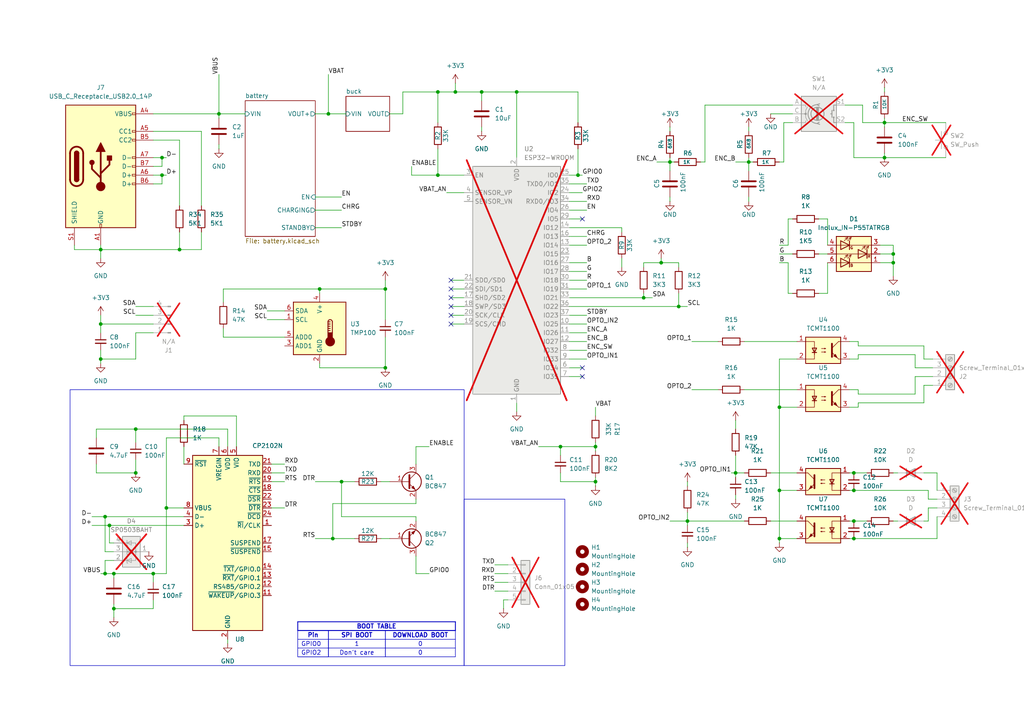
<source format=kicad_sch>
(kicad_sch (version 20250114) (generator "eeschema") (generator_version "9.0")
  (paper "A4")
  (rectangle (start 20.32 113.03) (end 134.62 193.04))
  (rectangle (start 134.62 144.78) (end 163.83 193.04))
  (junction (at 111.76 83.82))
  (junction (at 96.52 156.21))
  (junction (at 186.69 86.36))
  (junction (at 162.56 129.54))
  (junction (at 256.54 35.56))
  (junction (at 213.36 137.16))
  (junction (at 111.76 106.68))
  (junction (at 39.37 124.46))
  (junction (at 226.06 118.11))
  (junction (at 132.08 26.67))
  (junction (at 196.85 88.9))
  (junction (at 127 50.8))
  (junction (at 172.72 139.7))
  (junction (at 247.65 156.21))
  (junction (at 30.48 149.86))
  (junction (at 127 26.67))
  (junction (at 99.06 139.7))
  (junction (at 194.31 46.99))
  (junction (at 29.21 72.39))
  (junction (at 149.86 26.67))
  (junction (at 226.06 156.21))
  (junction (at 259.08 73.66))
  (junction (at 52.07 72.39))
  (junction (at 33.02 176.53))
  (junction (at 247.65 142.24))
  (junction (at 29.21 104.14))
  (junction (at 44.45 166.37))
  (junction (at 172.72 129.54))
  (junction (at 63.5 33.02))
  (junction (at 217.17 46.99))
  (junction (at 199.39 151.13))
  (junction (at 256.54 45.72))
  (junction (at 30.48 166.37))
  (junction (at 48.26 147.32))
  (junction (at 226.06 142.24))
  (junction (at 33.02 166.37))
  (junction (at 191.77 76.2))
  (junction (at 92.71 83.82))
  (junction (at 31.75 152.4))
  (junction (at 39.37 137.16))
  (junction (at 259.08 76.2))
  (junction (at 29.21 93.98))
  (junction (at 247.65 137.16))
  (junction (at 46.99 45.72))
  (junction (at 247.65 151.13))
  (junction (at 167.64 50.8))
  (junction (at 139.7 26.67))
  (junction (at 95.25 33.02))
  (junction (at 46.99 50.8))
  (no_connect (at 130.81 81.28))
  (no_connect (at 130.81 93.98))
  (no_connect (at 168.91 106.68))
  (no_connect (at 130.81 86.36))
  (no_connect (at 168.91 63.5))
  (no_connect (at 130.81 83.82))
  (no_connect (at 130.81 91.44))
  (no_connect (at 168.91 109.22))
  (no_connect (at 130.81 88.9))
  (wire (pts (xy 63.5 127) (xy 48.26 127)))
  (wire (pts (xy 165.1 88.9) (xy 196.85 88.9)))
  (wire (pts (xy 246.38 137.16) (xy 247.65 137.16)))
  (wire (pts (xy 165.1 60.96) (xy 170.18 60.96)))
  (wire (pts (xy 53.34 120.65) (xy 53.34 121.92)))
  (wire (pts (xy 29.21 93.98) (xy 29.21 96.52)))
  (wire (pts (xy 217.17 46.99) (xy 218.44 46.99)))
  (wire (pts (xy 39.37 133.35) (xy 39.37 137.16)))
  (wire (pts (xy 127 43.18) (xy 127 50.8)))
  (wire (pts (xy 246.38 142.24) (xy 247.65 142.24)))
  (wire (pts (xy 63.5 41.91) (xy 63.5 43.18)))
  (wire (pts (xy 226.06 118.11) (xy 231.14 118.11)))
  (wire (pts (xy 165.1 104.14) (xy 170.18 104.14)))
  (wire (pts (xy 248.92 100.33) (xy 248.92 99.06)))
  (wire (pts (xy 120.65 129.54) (xy 120.65 134.62)))
  (wire (pts (xy 199.39 151.13) (xy 199.39 152.4)))
  (wire (pts (xy 44.45 166.37) (xy 48.26 166.37)))
  (wire (pts (xy 33.02 166.37) (xy 44.45 166.37)))
  (wire (pts (xy 247.65 156.21) (xy 271.78 156.21)))
  (wire (pts (xy 44.45 33.02) (xy 63.5 33.02)))
  (wire (pts (xy 156.21 129.54) (xy 162.56 129.54)))
  (wire (pts (xy 180.34 66.04) (xy 180.34 67.31)))
  (wire (pts (xy 146.05 176.53) (xy 146.05 173.99)))
  (wire (pts (xy 92.71 106.68) (xy 111.76 106.68)))
  (wire (pts (xy 92.71 83.82) (xy 111.76 83.82)))
  (wire (pts (xy 127 26.67) (xy 127 35.56)))
  (wire (pts (xy 31.75 157.48) (xy 31.75 152.4)))
  (wire (pts (xy 246.38 104.14) (xy 248.92 104.14)))
  (wire (pts (xy 165.1 106.68) (xy 168.91 106.68)))
  (wire (pts (xy 120.65 144.78) (xy 120.65 146.05)))
  (wire (pts (xy 78.74 147.32) (xy 82.55 147.32)))
  (wire (pts (xy 172.72 139.7) (xy 172.72 140.97)))
  (wire (pts (xy 256.54 34.29) (xy 256.54 35.56)))
  (wire (pts (xy 82.55 92.71) (xy 77.47 92.71)))
  (wire (pts (xy 52.07 72.39) (xy 58.42 72.39)))
  (wire (pts (xy 165.1 50.8) (xy 167.64 50.8)))
  (wire (pts (xy 165.1 55.88) (xy 168.91 55.88)))
  (wire (pts (xy 31.75 152.4) (xy 53.34 152.4)))
  (wire (pts (xy 199.39 151.13) (xy 199.39 148.59)))
  (wire (pts (xy 199.39 151.13) (xy 194.31 151.13)))
  (wire (pts (xy 250.19 35.56) (xy 256.54 35.56)))
  (wire (pts (xy 29.21 93.98) (xy 44.45 93.98)))
  (wire (pts (xy 63.5 33.02) (xy 63.5 34.29)))
  (wire (pts (xy 129.54 55.88) (xy 134.62 55.88)))
  (wire (pts (xy 186.69 86.36) (xy 189.23 86.36)))
  (wire (pts (xy 111.76 81.28) (xy 111.76 83.82)))
  (wire (pts (xy 116.84 26.67) (xy 116.84 33.02)))
  (wire (pts (xy 226.06 73.66) (xy 229.87 73.66)))
  (wire (pts (xy 240.03 63.5) (xy 240.03 71.12)))
  (wire (pts (xy 64.77 97.79) (xy 82.55 97.79)))
  (wire (pts (xy 199.39 151.13) (xy 215.9 151.13)))
  (wire (pts (xy 46.99 45.72) (xy 48.26 45.72)))
  (wire (pts (xy 30.48 149.86) (xy 53.34 149.86)))
  (wire (pts (xy 259.08 71.12) (xy 259.08 73.66)))
  (wire (pts (xy 269.24 142.24) (xy 269.24 144.78)))
  (wire (pts (xy 226.06 118.11) (xy 226.06 142.24)))
  (wire (pts (xy 226.06 46.99) (xy 227.33 46.99)))
  (wire (pts (xy 139.7 26.67) (xy 149.86 26.67)))
  (wire (pts (xy 194.31 45.72) (xy 194.31 46.99)))
  (wire (pts (xy 29.21 72.39) (xy 29.21 74.93)))
  (wire (pts (xy 247.65 35.56) (xy 247.65 45.72)))
  (wire (pts (xy 33.02 176.53) (xy 44.45 176.53)))
  (wire (pts (xy 231.14 142.24) (xy 226.06 142.24)))
  (wire (pts (xy 52.07 72.39) (xy 52.07 67.31)))
  (wire (pts (xy 256.54 35.56) (xy 256.54 36.83)))
  (wire (pts (xy 44.45 176.53) (xy 44.45 173.99)))
  (wire (pts (xy 165.1 76.2) (xy 170.18 76.2)))
  (wire (pts (xy 186.69 76.2) (xy 191.77 76.2)))
  (wire (pts (xy 259.08 73.66) (xy 259.08 76.2)))
  (wire (pts (xy 127 50.8) (xy 134.62 50.8)))
  (wire (pts (xy 223.52 33.02) (xy 229.87 33.02)))
  (wire (pts (xy 196.85 88.9) (xy 196.85 85.09)))
  (wire (pts (xy 259.08 151.13) (xy 260.35 151.13)))
  (wire (pts (xy 227.33 46.99) (xy 227.33 35.56)))
  (wire (pts (xy 213.36 46.99) (xy 217.17 46.99)))
  (wire (pts (xy 26.67 152.4) (xy 31.75 152.4)))
  (wire (pts (xy 255.27 71.12) (xy 259.08 71.12)))
  (wire (pts (xy 165.1 58.42) (xy 170.18 58.42)))
  (wire (pts (xy 78.74 137.16) (xy 82.55 137.16)))
  (wire (pts (xy 149.86 26.67) (xy 149.86 45.72)))
  (wire (pts (xy 267.97 137.16) (xy 271.78 137.16)))
  (wire (pts (xy 212.09 137.16) (xy 213.36 137.16)))
  (wire (pts (xy 139.7 36.83) (xy 139.7 38.1)))
  (wire (pts (xy 267.97 100.33) (xy 267.97 104.14)))
  (wire (pts (xy 213.36 132.08) (xy 213.36 137.16)))
  (wire (pts (xy 269.24 144.78) (xy 271.78 144.78)))
  (wire (pts (xy 33.02 166.37) (xy 33.02 167.64)))
  (wire (pts (xy 143.51 163.83) (xy 147.32 163.83)))
  (wire (pts (xy 48.26 147.32) (xy 53.34 147.32)))
  (wire (pts (xy 111.76 83.82) (xy 111.76 92.71)))
  (wire (pts (xy 203.2 46.99) (xy 204.47 46.99)))
  (wire (pts (xy 213.36 121.92) (xy 213.36 124.46)))
  (wire (pts (xy 228.6 63.5) (xy 228.6 71.12)))
  (wire (pts (xy 246.38 151.13) (xy 247.65 151.13)))
  (wire (pts (xy 91.44 57.15) (xy 99.06 57.15)))
  (wire (pts (xy 237.49 73.66) (xy 240.03 73.66)))
  (wire (pts (xy 91.44 139.7) (xy 99.06 139.7)))
  (wire (pts (xy 27.94 134.62) (xy 27.94 137.16)))
  (wire (pts (xy 265.43 109.22) (xy 270.51 109.22)))
  (wire (pts (xy 265.43 114.3) (xy 265.43 109.22)))
  (wire (pts (xy 48.26 166.37) (xy 48.26 147.32)))
  (wire (pts (xy 248.92 102.87) (xy 248.92 104.14)))
  (wire (pts (xy 186.69 77.47) (xy 186.69 76.2)))
  (wire (pts (xy 260.35 137.16) (xy 259.08 137.16)))
  (wire (pts (xy 200.66 99.06) (xy 208.28 99.06)))
  (wire (pts (xy 39.37 104.14) (xy 29.21 104.14)))
  (wire (pts (xy 46.99 48.26) (xy 46.99 45.72)))
  (wire (pts (xy 162.56 129.54) (xy 172.72 129.54)))
  (wire (pts (xy 33.02 175.26) (xy 33.02 176.53)))
  (wire (pts (xy 170.18 96.52) (xy 165.1 96.52)))
  (wire (pts (xy 21.59 72.39) (xy 29.21 72.39)))
  (wire (pts (xy 134.62 81.28) (xy 130.81 81.28)))
  (wire (pts (xy 29.21 72.39) (xy 52.07 72.39)))
  (wire (pts (xy 27.94 127) (xy 27.94 124.46)))
  (wire (pts (xy 204.47 46.99) (xy 204.47 30.48)))
  (wire (pts (xy 215.9 113.03) (xy 231.14 113.03)))
  (wire (pts (xy 250.19 30.48) (xy 245.11 30.48)))
  (wire (pts (xy 271.78 149.86) (xy 271.78 156.21)))
  (wire (pts (xy 162.56 137.16) (xy 162.56 139.7)))
  (wire (pts (xy 30.48 166.37) (xy 33.02 166.37)))
  (wire (pts (xy 29.21 91.44) (xy 29.21 93.98)))
  (wire (pts (xy 63.5 33.02) (xy 71.12 33.02)))
  (wire (pts (xy 134.62 83.82) (xy 130.81 83.82)))
  (wire (pts (xy 165.1 68.58) (xy 170.18 68.58)))
  (wire (pts (xy 91.44 66.04) (xy 99.06 66.04)))
  (wire (pts (xy 44.45 48.26) (xy 46.99 48.26)))
  (wire (pts (xy 165.1 109.22) (xy 168.91 109.22)))
  (wire (pts (xy 194.31 57.15) (xy 194.31 58.42)))
  (wire (pts (xy 99.06 139.7) (xy 102.87 139.7)))
  (wire (pts (xy 256.54 44.45) (xy 256.54 45.72)))
  (wire (pts (xy 120.65 129.54) (xy 124.46 129.54)))
  (wire (pts (xy 64.77 95.25) (xy 64.77 97.79)))
  (wire (pts (xy 27.94 137.16) (xy 39.37 137.16)))
  (wire (pts (xy 134.62 88.9) (xy 130.81 88.9)))
  (wire (pts (xy 255.27 76.2) (xy 259.08 76.2)))
  (wire (pts (xy 250.19 35.56) (xy 250.19 30.48)))
  (wire (pts (xy 78.74 134.62) (xy 82.55 134.62)))
  (wire (pts (xy 92.71 105.41) (xy 92.71 106.68)))
  (wire (pts (xy 265.43 102.87) (xy 265.43 106.68)))
  (wire (pts (xy 110.49 156.21) (xy 113.03 156.21)))
  (wire (pts (xy 134.62 93.98) (xy 130.81 93.98)))
  (wire (pts (xy 82.55 90.17) (xy 77.47 90.17)))
  (wire (pts (xy 247.65 142.24) (xy 269.24 142.24)))
  (wire (pts (xy 172.72 129.54) (xy 172.72 130.81)))
  (wire (pts (xy 139.7 26.67) (xy 139.7 29.21)))
  (wire (pts (xy 91.44 156.21) (xy 96.52 156.21)))
  (wire (pts (xy 172.72 128.27) (xy 172.72 129.54)))
  (wire (pts (xy 217.17 36.83) (xy 217.17 38.1)))
  (wire (pts (xy 256.54 25.4) (xy 256.54 26.67)))
  (wire (pts (xy 96.52 146.05) (xy 96.52 156.21)))
  (wire (pts (xy 256.54 45.72) (xy 274.32 45.72)))
  (wire (pts (xy 248.92 102.87) (xy 265.43 102.87)))
  (wire (pts (xy 165.1 83.82) (xy 170.18 83.82)))
  (wire (pts (xy 186.69 86.36) (xy 186.69 85.09)))
  (wire (pts (xy 64.77 83.82) (xy 92.71 83.82)))
  (wire (pts (xy 194.31 46.99) (xy 195.58 46.99)))
  (wire (pts (xy 30.48 162.56) (xy 30.48 166.37)))
  (wire (pts (xy 39.37 128.27) (xy 39.37 124.46)))
  (wire (pts (xy 200.66 113.03) (xy 208.28 113.03)))
  (wire (pts (xy 248.92 116.84) (xy 248.92 118.11)))
  (wire (pts (xy 91.44 33.02) (xy 95.25 33.02)))
  (wire (pts (xy 29.21 104.14) (xy 29.21 105.41)))
  (wire (pts (xy 52.07 40.64) (xy 44.45 40.64)))
  (wire (pts (xy 213.36 143.51) (xy 213.36 144.78)))
  (wire (pts (xy 68.58 120.65) (xy 68.58 129.54)))
  (wire (pts (xy 191.77 76.2) (xy 191.77 74.93)))
  (wire (pts (xy 269.24 151.13) (xy 269.24 147.32)))
  (wire (pts (xy 95.25 33.02) (xy 100.33 33.02)))
  (wire (pts (xy 228.6 76.2) (xy 226.06 76.2)))
  (wire (pts (xy 132.08 24.13) (xy 132.08 26.67)))
  (wire (pts (xy 167.64 26.67) (xy 149.86 26.67)))
  (wire (pts (xy 132.08 26.67) (xy 139.7 26.67)))
  (wire (pts (xy 167.64 43.18) (xy 167.64 50.8)))
  (wire (pts (xy 44.45 91.44) (xy 39.37 91.44)))
  (wire (pts (xy 246.38 156.21) (xy 247.65 156.21)))
  (wire (pts (xy 78.74 139.7) (xy 82.55 139.7)))
  (wire (pts (xy 64.77 87.63) (xy 64.77 83.82)))
  (wire (pts (xy 228.6 85.09) (xy 228.6 76.2)))
  (wire (pts (xy 247.65 151.13) (xy 251.46 151.13)))
  (wire (pts (xy 30.48 160.02) (xy 30.48 149.86)))
  (wire (pts (xy 39.37 104.14) (xy 39.37 96.52)))
  (wire (pts (xy 52.07 59.69) (xy 52.07 40.64)))
  (wire (pts (xy 248.92 100.33) (xy 267.97 100.33)))
  (wire (pts (xy 46.99 50.8) (xy 48.26 50.8)))
  (wire (pts (xy 99.06 149.86) (xy 99.06 139.7)))
  (wire (pts (xy 240.03 85.09) (xy 240.03 76.2)))
  (wire (pts (xy 120.65 166.37) (xy 124.46 166.37)))
  (wire (pts (xy 113.03 33.02) (xy 116.84 33.02)))
  (wire (pts (xy 196.85 76.2) (xy 196.85 77.47)))
  (wire (pts (xy 196.85 88.9) (xy 199.39 88.9)))
  (wire (pts (xy 217.17 46.99) (xy 217.17 49.53)))
  (wire (pts (xy 217.17 45.72) (xy 217.17 46.99)))
  (wire (pts (xy 165.1 63.5) (xy 168.91 63.5)))
  (wire (pts (xy 223.52 137.16) (xy 231.14 137.16)))
  (wire (pts (xy 215.9 99.06) (xy 231.14 99.06)))
  (wire (pts (xy 134.62 86.36) (xy 130.81 86.36)))
  (wire (pts (xy 217.17 57.15) (xy 217.17 58.42)))
  (wire (pts (xy 213.36 137.16) (xy 215.9 137.16)))
  (wire (pts (xy 228.6 63.5) (xy 229.87 63.5)))
  (wire (pts (xy 170.18 91.44) (xy 165.1 91.44)))
  (wire (pts (xy 162.56 139.7) (xy 172.72 139.7)))
  (wire (pts (xy 48.26 127) (xy 48.26 147.32)))
  (wire (pts (xy 58.42 38.1) (xy 58.42 59.69)))
  (wire (pts (xy 96.52 156.21) (xy 102.87 156.21)))
  (wire (pts (xy 39.37 124.46) (xy 66.04 124.46)))
  (wire (pts (xy 46.99 53.34) (xy 46.99 50.8)))
  (wire (pts (xy 271.78 137.16) (xy 271.78 142.24)))
  (wire (pts (xy 127 26.67) (xy 132.08 26.67)))
  (wire (pts (xy 226.06 156.21) (xy 231.14 156.21)))
  (wire (pts (xy 267.97 104.14) (xy 270.51 104.14)))
  (wire (pts (xy 172.72 118.11) (xy 172.72 120.65)))
  (wire (pts (xy 228.6 71.12) (xy 226.06 71.12)))
  (wire (pts (xy 255.27 73.66) (xy 259.08 73.66)))
  (wire (pts (xy 134.62 91.44) (xy 130.81 91.44)))
  (wire (pts (xy 227.33 35.56) (xy 229.87 35.56)))
  (wire (pts (xy 44.45 166.37) (xy 44.45 168.91)))
  (wire (pts (xy 33.02 162.56) (xy 30.48 162.56)))
  (wire (pts (xy 63.5 21.59) (xy 63.5 33.02)))
  (wire (pts (xy 92.71 85.09) (xy 92.71 83.82)))
  (wire (pts (xy 165.1 71.12) (xy 170.18 71.12)))
  (wire (pts (xy 165.1 78.74) (xy 170.18 78.74)))
  (wire (pts (xy 165.1 99.06) (xy 170.18 99.06)))
  (wire (pts (xy 199.39 139.7) (xy 199.39 140.97)))
  (wire (pts (xy 165.1 81.28) (xy 170.18 81.28)))
  (wire (pts (xy 237.49 85.09) (xy 240.03 85.09)))
  (wire (pts (xy 172.72 138.43) (xy 172.72 139.7)))
  (wire (pts (xy 33.02 160.02) (xy 30.48 160.02)))
  (wire (pts (xy 119.38 48.26) (xy 119.38 50.8)))
  (wire (pts (xy 247.65 137.16) (xy 251.46 137.16)))
  (wire (pts (xy 247.65 45.72) (xy 256.54 45.72)))
  (wire (pts (xy 44.45 88.9) (xy 39.37 88.9)))
  (wire (pts (xy 95.25 21.59) (xy 95.25 33.02)))
  (wire (pts (xy 226.06 104.14) (xy 226.06 118.11)))
  (wire (pts (xy 194.31 46.99) (xy 194.31 49.53)))
  (wire (pts (xy 21.59 71.12) (xy 21.59 72.39)))
  (wire (pts (xy 267.97 116.84) (xy 267.97 111.76)))
  (wire (pts (xy 29.21 71.12) (xy 29.21 72.39)))
  (wire (pts (xy 29.21 166.37) (xy 30.48 166.37)))
  (wire (pts (xy 199.39 157.48) (xy 199.39 158.75)))
  (wire (pts (xy 33.02 157.48) (xy 31.75 157.48)))
  (wire (pts (xy 167.64 50.8) (xy 168.91 50.8)))
  (wire (pts (xy 165.1 66.04) (xy 180.34 66.04)))
  (wire (pts (xy 44.45 45.72) (xy 46.99 45.72)))
  (wire (pts (xy 44.45 50.8) (xy 46.99 50.8)))
  (wire (pts (xy 143.51 168.91) (xy 147.32 168.91)))
  (wire (pts (xy 259.08 76.2) (xy 259.08 80.01)))
  (wire (pts (xy 267.97 111.76) (xy 270.51 111.76)))
  (wire (pts (xy 26.67 149.86) (xy 30.48 149.86)))
  (wire (pts (xy 149.86 116.84) (xy 149.86 119.38)))
  (wire (pts (xy 204.47 30.48) (xy 229.87 30.48)))
  (wire (pts (xy 111.76 97.79) (xy 111.76 106.68)))
  (wire (pts (xy 66.04 186.69) (xy 66.04 185.42)))
  (wire (pts (xy 110.49 139.7) (xy 113.03 139.7)))
  (wire (pts (xy 66.04 124.46) (xy 66.04 129.54)))
  (wire (pts (xy 180.34 74.93) (xy 180.34 77.47)))
  (wire (pts (xy 194.31 36.83) (xy 194.31 38.1)))
  (wire (pts (xy 44.45 53.34) (xy 46.99 53.34)))
  (wire (pts (xy 116.84 26.67) (xy 127 26.67)))
  (wire (pts (xy 256.54 35.56) (xy 274.32 35.56)))
  (wire (pts (xy 120.65 151.13) (xy 120.65 149.86)))
  (wire (pts (xy 120.65 146.05) (xy 96.52 146.05)))
  (wire (pts (xy 248.92 116.84) (xy 267.97 116.84)))
  (wire (pts (xy 165.1 101.6) (xy 170.18 101.6)))
  (wire (pts (xy 143.51 166.37) (xy 147.32 166.37)))
  (wire (pts (xy 223.52 151.13) (xy 231.14 151.13)))
  (wire (pts (xy 165.1 53.34) (xy 170.18 53.34)))
  (wire (pts (xy 248.92 114.3) (xy 248.92 113.03)))
  (wire (pts (xy 213.36 137.16) (xy 213.36 138.43)))
  (wire (pts (xy 44.45 96.52) (xy 39.37 96.52)))
  (wire (pts (xy 248.92 114.3) (xy 265.43 114.3)))
  (wire (pts (xy 191.77 76.2) (xy 196.85 76.2)))
  (wire (pts (xy 269.24 151.13) (xy 267.97 151.13)))
  (wire (pts (xy 165.1 86.36) (xy 186.69 86.36)))
  (wire (pts (xy 269.24 147.32) (xy 271.78 147.32)))
  (wire (pts (xy 170.18 93.98) (xy 165.1 93.98)))
  (wire (pts (xy 143.51 171.45) (xy 147.32 171.45)))
  (wire (pts (xy 246.38 118.11) (xy 248.92 118.11)))
  (wire (pts (xy 53.34 120.65) (xy 68.58 120.65)))
  (wire (pts (xy 237.49 63.5) (xy 240.03 63.5)))
  (wire (pts (xy 58.42 38.1) (xy 44.45 38.1)))
  (wire (pts (xy 228.6 85.09) (xy 229.87 85.09)))
  (wire (pts (xy 162.56 129.54) (xy 162.56 132.08)))
  (wire (pts (xy 58.42 72.39) (xy 58.42 67.31)))
  (wire (pts (xy 246.38 113.03) (xy 248.92 113.03)))
  (wire (pts (xy 226.06 156.21) (xy 226.06 157.48)))
  (wire (pts (xy 53.34 129.54) (xy 53.34 134.62)))
  (wire (pts (xy 29.21 101.6) (xy 29.21 104.14)))
  (wire (pts (xy 120.65 149.86) (xy 99.06 149.86)))
  (wire (pts (xy 245.11 35.56) (xy 247.65 35.56)))
  (wire (pts (xy 246.38 99.06) (xy 248.92 99.06)))
  (wire (pts (xy 33.02 176.53) (xy 33.02 179.07)))
  (wire (pts (xy 63.5 129.54) (xy 63.5 127)))
  (wire (pts (xy 146.05 173.99) (xy 147.32 173.99)))
  (wire (pts (xy 120.65 161.29) (xy 120.65 166.37)))
  (wire (pts (xy 226.06 104.14) (xy 231.14 104.14)))
  (wire (pts (xy 265.43 106.68) (xy 270.51 106.68)))
  (wire (pts (xy 226.06 142.24) (xy 226.06 156.21)))
  (wire (pts (xy 167.64 35.56) (xy 167.64 26.67)))
  (wire (pts (xy 127 50.8) (xy 119.38 50.8)))
  (wire (pts (xy 91.44 60.96) (xy 99.06 60.96)))
  (wire (pts (xy 190.5 46.99) (xy 194.31 46.99)))
  (wire (pts (xy 27.94 124.46) (xy 39.37 124.46)))
  (table (column_count 1) (border (external yes) (header yes)) (separators (rows yes) (cols yes)) (column_widths 8.89) (row_heights 2.54 2.54 2.54 0) (cells (table_cell "Pin" (at 86.36 182.88 0) (size 8.89 2.54) (margins 0.9525 0.9525 0.9525 0.9525) (span 1 1)) (table_cell "GPIO0" (at 86.36 185.42 0) (size 8.89 2.54) (margins 0.9525 0.9525 0.9525 0.9525) (span 1 1)) (table_cell "GPIO2" (at 86.36 187.96 0) (size 8.89 2.54) (margins 0.9525 0.9525 0.9525 0.9525) (span 1 1)) (table_cell "" (at 86.36 190.5 0) (size 8.89 0) (margins 0.9525 0.9525 0.9525 0.9525) (span 1 1))))
  (table (column_count 1) (border (external yes) (header yes)) (separators (rows yes) (cols yes)) (column_widths 45.72) (row_heights 2.54) (cells (table_cell "BOOT TABLE" (at 86.36 180.34 0) (size 45.72 2.54) (margins 0.9525 0.9525 0.9525 0.9525) (span 1 1))))
  (table (column_count 1) (border (external yes) (header yes)) (separators (rows yes) (cols yes)) (column_widths 16.51) (row_heights 2.54 2.54 2.54) (cells (table_cell "SPI BOOT" (at 95.25 182.88 0) (size 16.51 2.54) (margins 0.9525 0.9525 0.9525 0.9525) (span 1 1)) (table_cell "1" (at 95.25 185.42 0) (size 16.51 2.54) (margins 0.9525 0.9525 0.9525 0.9525) (span 1 1)) (table_cell "Don't care" (at 95.25 187.96 0) (size 16.51 2.54) (margins 0.9525 0.9525 0.9525 0.9525) (span 1 1))))
  (table (column_count 1) (border (external yes) (header yes)) (separators (rows yes) (cols yes)) (column_widths 20.32) (row_heights 2.54 2.54 2.54) (cells (table_cell "DOWNLOAD BOOT" (at 111.76 182.88 0) (size 20.32 2.54) (margins 0.9525 0.9525 0.9525 0.9525) (span 1 1)) (table_cell "0" (at 111.76 185.42 0) (size 20.32 2.54) (margins 0.9525 0.9525 0.9525 0.9525) (span 1 1)) (table_cell "0" (at 111.76 187.96 0) (size 20.32 2.54) (margins 0.9525 0.9525 0.9525 0.9525) (span 1 1))))
  (label "EN" (at 170.18 60.96 0))
  (label "SCL" (at 39.37 91.44 180))
  (label "OPTO_1" (at 200.66 99.06 180))
  (label "RTS" (at 82.55 139.7 0))
  (label "D-" (at 26.67 149.86 180))
  (label "ENC_SW" (at 261.62 35.56 0))
  (label "ENABLE" (at 119.38 48.26 0))
  (label "SCL" (at 199.39 88.9 0))
  (label "TXD" (at 170.18 53.34 0))
  (label "VBAT_AN" (at 156.21 129.54 180))
  (label "EN" (at 99.06 57.15 0))
  (label "DTR" (at 143.51 171.45 180))
  (label "RTS" (at 143.51 168.91 180))
  (label "R" (at 170.18 81.28 0))
  (label "DTR" (at 82.55 147.32 0))
  (label "D-" (at 48.26 45.72 0))
  (label "GPIO2" (at 168.91 55.88 0))
  (label "G" (at 170.18 78.74 0))
  (label "ENC_B" (at 213.36 46.99 180))
  (label "ENC_B" (at 170.18 99.06 0))
  (label "B" (at 226.06 76.2 0))
  (label "OPTO_IN2" (at 194.31 151.13 180))
  (label "OPTO_2" (at 200.66 113.03 180))
  (label "ENC_SW" (at 170.18 101.6 0))
  (label "OPTO_IN1" (at 170.18 104.14 0))
  (label "RXD" (at 143.51 166.37 180))
  (label "RXD" (at 82.55 134.62 0))
  (label "VBUS" (at 63.5 21.59 90))
  (label "ENC_A" (at 170.18 96.52 0))
  (label "OPTO_2" (at 170.18 71.12 0))
  (label "D+" (at 48.26 50.8 0))
  (label "SDA" (at 77.47 90.17 180))
  (label "GPIO0" (at 124.46 166.37 0))
  (label "TXD" (at 82.55 137.16 0))
  (label "OPTO_1" (at 170.18 83.82 0))
  (label "STDBY" (at 99.06 66.04 0))
  (label "SDA" (at 189.23 86.36 0))
  (label "TXD" (at 143.51 163.83 180))
  (label "CHRG" (at 170.18 68.58 0))
  (label "ENC_A" (at 190.5 46.99 180))
  (label "VBAT" (at 95.25 21.59 0))
  (label "DTR" (at 91.44 139.7 180))
  (label "B" (at 170.18 76.2 0))
  (label "VBAT_AN" (at 129.54 55.88 180))
  (label "RTS" (at 91.44 156.21 180))
  (label "VBUS" (at 29.21 166.37 180))
  (label "OPTO_IN1" (at 212.09 137.16 180))
  (label "OPTO_IN2" (at 170.18 93.98 0))
  (label "STDBY" (at 170.18 91.44 0))
  (label "G" (at 226.06 73.66 0))
  (label "GPIO0" (at 168.91 50.8 0))
  (label "CHRG" (at 99.06 60.96 0))
  (label "RXD" (at 170.18 58.42 0))
  (label "R" (at 226.06 71.12 0))
  (label "ENABLE" (at 124.46 129.54 0))
  (label "D+" (at 26.67 152.4 180))
  (label "SDA" (at 39.37 88.9 180))
  (label "SCL" (at 77.47 92.71 180))
  (label "VBAT" (at 172.72 118.11 0))
  (symbol (lib_id "Transistor_BJT:BC847") (at 118.11 156.21 0) (mirror x) (unit 1)
    (property "Reference" "Q2" (at 123.19 157.4801 0) (effects (justify left)))
    (property "Value" "BC847" (at 123.19 154.9401 0) (effects (justify left)))
    (property "Footprint" "Package_TO_SOT_SMD:SOT-23" (effects (hide yes)))
    (property "Datasheet" "http://www.infineon.com/dgdl/Infineon-BC847SERIES_BC848SERIES_BC849SERIES_BC850SERIES-DS-v01_01-en.pdf?fileId=db3a304314dca389011541d4630a1657" (effects (hide yes)))
    (property "Description" "0.1A Ic, 45V Vce, NPN Transistor, SOT-23" (effects (hide yes)))
    (property "JLCPCB Part #" "C475630" (effects (hide yes)))
  )
  (symbol (lib_id "Isolator:TCMT1100") (at 238.76 115.57 0) (unit 1)
    (property "Reference" "U5" (at 238.76 106.68 0))
    (property "Value" "TCMT1100" (at 238.76 109.22 0))
    (property "Footprint" "Package_SO:SOP-4_4.4x2.6mm_P1.27mm" (effects (hide yes)))
    (property "Datasheet" "http://www.vishay.com/docs/83510/tcmt1100.pdf" (effects (hide yes)))
    (property "Description" "Optocoupler, Vce 70V, CTR 50-600%, Viso 3750V (RMS), SOP-4" (effects (hide yes)))
    (property "JLCPCB Part #" "C123196" (effects (hide yes)))
  )
  (symbol (lib_id "Power_Protection:SP0503BAHT") (at 38.1 160.02 90) (unit 1) (in_bom no) (dnp yes)
    (property "Reference" "D4" (at 38.1 151.13 90))
    (property "Value" "SP0503BAHT" (at 38.1 153.67 90))
    (property "Footprint" "Package_TO_SOT_SMD:SOT-143" (effects (hide yes)))
    (property "Datasheet" "http://www.littelfuse.com/~/media/files/littelfuse/technical%20resources/documents/data%20sheets/sp05xxba.pdf" (effects (hide yes)))
    (property "Description" "TVS Diode Array, 5.5V Standoff, 3 Channels, SOT-143 package" (effects (hide yes)))
  )
  (symbol (lib_id "Device:R") (at 219.71 151.13 270) (unit 1)
    (property "Reference" "R25" (at 219.71 144.78 90))
    (property "Value" "1K" (at 219.71 147.32 90))
    (property "Footprint" "Resistor_SMD:R_0603_1608Metric" (effects (hide yes)))
    (property "Description" "Resistor" (effects (hide yes)))
    (property "JLCPCB Part #" "C21190" (effects (hide yes)))
  )
  (symbol (lib_id "power:GND") (at 180.34 77.47 0) (unit 1)
    (property "Reference" "#PWR08" (effects (hide yes)))
    (property "Value" "GND" (at 180.34 82.55 0))
    (property "Description" "Power symbol creates a global label with name \"GND\" , ground" (effects (hide yes)))
  )
  (symbol (lib_id "Mechanical:MountingHole") (at 168.91 175.26 0) (unit 1) (in_bom no)
    (property "Reference" "H4" (at 171.45 173.9899 0) (effects (justify left)))
    (property "Value" "MountingHole" (at 171.45 176.5299 0) (effects (justify left)))
    (property "Footprint" "MountingHole:MountingHole_3.2mm_M3" (effects (hide yes)))
    (property "Description" "Mounting Hole without connection" (effects (hide yes)))
  )
  (symbol (lib_id "Device:C") (at 27.94 130.81 180) (unit 1)
    (property "Reference" "C9" (at 31.75 129.5399 0) (effects (justify right)))
    (property "Value" "4.7uF" (at 31.75 132.0799 0) (effects (justify right)))
    (property "Footprint" "Capacitor_SMD:C_0603_1608Metric" (effects (hide yes)))
    (property "Description" "Unpolarized capacitor" (effects (hide yes)))
    (property "JLCPCB Part #" "C19666" (effects (hide yes)))
  )
  (symbol (lib_id "Device:R") (at 233.68 85.09 90) (unit 1)
    (property "Reference" "R13" (at 233.68 78.74 90))
    (property "Value" "1K" (at 233.68 81.28 90))
    (property "Footprint" "Resistor_SMD:R_0603_1608Metric" (effects (hide yes)))
    (property "Description" "Resistor" (effects (hide yes)))
    (property "JLCPCB Part #" "C21190" (effects (hide yes)))
  )
  (symbol (lib_id "power:+3V3") (at 199.39 139.7 0) (unit 1)
    (property "Reference" "#PWR023" (effects (hide yes)))
    (property "Value" "+3V3" (at 199.39 134.62 0))
    (property "Description" "Power symbol creates a global label with name \"+3V3\"" (effects (hide yes)))
  )
  (symbol (lib_id "power:+3V3") (at 132.08 24.13 0) (unit 1)
    (property "Reference" "#PWR01" (effects (hide yes)))
    (property "Value" "+3V3" (at 132.08 19.05 0))
    (property "Description" "Power symbol creates a global label with name \"+3V3\"" (effects (hide yes)))
  )
  (symbol (lib_id "Device:R") (at 212.09 99.06 90) (unit 1)
    (property "Reference" "R15" (at 212.09 92.71 90))
    (property "Value" "1K" (at 212.09 95.25 90))
    (property "Footprint" "Resistor_SMD:R_0603_1608Metric" (effects (hide yes)))
    (property "Description" "Resistor" (effects (hide yes)))
    (property "JLCPCB Part #" "C21190" (effects (hide yes)))
  )
  (symbol (lib_id "power:+3V3") (at 194.31 36.83 0) (unit 1)
    (property "Reference" "#PWR04" (effects (hide yes)))
    (property "Value" "+3V3" (at 194.31 33.02 0))
  )
  (symbol (lib_id "power:+3V3") (at 256.54 25.4 0) (unit 1)
    (property "Reference" "#PWR02" (effects (hide yes)))
    (property "Value" "+3V3" (at 256.54 20.32 0))
  )
  (symbol (lib_id "Device:R") (at 127 39.37 0) (unit 1)
    (property "Reference" "R2" (at 127 39.37 90))
    (property "Value" "33K" (at 129.286 39.37 90))
    (property "Footprint" "Resistor_SMD:R_0603_1608Metric" (effects (hide yes)))
    (property "Description" "Resistor" (effects (hide yes)))
    (property "JLCPCB Part #" "C4216" (effects (hide yes)))
  )
  (symbol (lib_id "power:+3V3") (at 217.17 36.83 0) (unit 1)
    (property "Reference" "#PWR05" (effects (hide yes)))
    (property "Value" "+3V3" (at 217.17 33.02 0))
  )
  (symbol (lib_id "Device:D") (at 264.16 151.13 0) (unit 1) (in_bom no) (dnp yes)
    (property "Reference" "D3" (at 264.16 144.78 0))
    (property "Value" "D" (at 264.16 147.32 0))
    (property "Footprint" "Diode_SMD:D_SOD-123" (effects (hide yes)))
    (property "Description" "Diode" (effects (hide yes)))
    (property "Sim.Device" "D" (effects (hide yes)))
    (property "Sim.Pins" "1=K 2=A" (effects (hide yes)))
  )
  (symbol (lib_id "Device:R") (at 255.27 151.13 270) (unit 1)
    (property "Reference" "R26" (at 255.27 144.78 90))
    (property "Value" "10K" (at 255.27 147.32 90))
    (property "Footprint" "Resistor_SMD:R_0603_1608Metric" (effects (hide yes)))
    (property "Description" "Resistor" (effects (hide yes)))
    (property "JLCPCB Part #" "C25804" (effects (hide yes)))
  )
  (symbol (lib_id "Device:R") (at 255.27 137.16 270) (unit 1)
    (property "Reference" "R22" (at 255.27 130.81 90))
    (property "Value" "10K" (at 255.27 133.35 90))
    (property "Footprint" "Resistor_SMD:R_0603_1608Metric" (effects (hide yes)))
    (property "Description" "Resistor" (effects (hide yes)))
    (property "JLCPCB Part #" "C25804" (effects (hide yes)))
  )
  (symbol (lib_id "power:GND") (at 256.54 45.72 0) (unit 1)
    (property "Reference" "#PWR09" (effects (hide yes)))
    (property "Value" "GND" (at 256.54 50.8 0))
  )
  (symbol (lib_id "Device:R") (at 64.77 91.44 180) (unit 1)
    (property "Reference" "R14" (at 67.31 90.1699 0) (effects (justify right)))
    (property "Value" "47K" (at 67.31 92.7099 0) (effects (justify right)))
    (property "Footprint" "Resistor_SMD:R_0603_1608Metric" (effects (hide yes)))
    (property "Description" "Resistor" (effects (hide yes)))
    (property "JLCPCB Part #" "C25819" (effects (hide yes)))
  )
  (symbol (lib_id "Device:C_Small") (at 39.37 130.81 0) (unit 1)
    (property "Reference" "C10" (at 41.91 129.5462 0) (effects (justify left)))
    (property "Value" "100nF" (at 41.91 132.0862 0) (effects (justify left)))
    (property "Footprint" "Capacitor_SMD:C_0603_1608Metric" (effects (hide yes)))
    (property "Description" "Unpolarized capacitor, small symbol" (effects (hide yes)))
    (property "JLCPCB Part #" "C14663" (effects (hide yes)))
  )
  (symbol (lib_id "power:GND") (at 63.5 43.18 0) (unit 1)
    (property "Reference" "#PWR07" (effects (hide yes)))
    (property "Value" "GND" (at 63.5 48.26 0))
    (property "Description" "Power symbol creates a global label with name \"GND\" , ground" (effects (hide yes)))
  )
  (symbol (lib_id "Yleinen_conv:R_0603") (at 217.17 41.91 0) (unit 1)
    (property "Reference" "R5" (at 214.63 43.18 90) (effects (justify left)))
    (property "Value" "6K8" (at 217.17 43.18 90) (effects (font (size 0.9906 0.9906)) (justify left)))
    (property "Footprint" "Resistor_SMD:R_0603_1608Metric" (effects (hide yes)))
    (property "JLCPCB Part #" "C23212" (effects (hide yes)))
  )
  (symbol (lib_id "power:GND") (at 194.31 58.42 0) (unit 1)
    (property "Reference" "#PWR010" (effects (hide yes)))
    (property "Value" "GND" (at 194.31 62.23 0))
  )
  (symbol (lib_id "power:GND") (at 33.02 179.07 0) (unit 1)
    (property "Reference" "#PWR031" (effects (hide yes)))
    (property "Value" "GND" (at 33.02 184.15 0))
    (property "Description" "Power symbol creates a global label with name \"GND\" , ground" (effects (hide yes)))
  )
  (symbol (lib_id "power:GND") (at 217.17 58.42 0) (unit 1)
    (property "Reference" "#PWR011" (effects (hide yes)))
    (property "Value" "GND" (at 217.17 62.23 0))
  )
  (symbol (lib_id "power:GND") (at 223.52 33.02 0) (unit 1)
    (property "Reference" "#PWR03" (effects (hide yes)))
    (property "Value" "GND" (at 223.52 36.83 0))
  )
  (symbol (lib_id "Device:R") (at 106.68 139.7 90) (unit 1)
    (property "Reference" "R23" (at 106.68 139.7 90))
    (property "Value" "12K" (at 106.68 137.414 90))
    (property "Footprint" "Resistor_SMD:R_0603_1608Metric" (effects (hide yes)))
    (property "Description" "Resistor" (effects (hide yes)))
    (property "JLCPCB Part #" "C22790" (effects (hide yes)))
  )
  (symbol (lib_id "Device:C_Small") (at 29.21 99.06 0) (unit 1)
    (property "Reference" "C8" (at 31.75 97.7962 0) (effects (justify left)))
    (property "Value" "100nF" (at 31.75 100.3362 0) (effects (justify left)))
    (property "Footprint" "Capacitor_SMD:C_0603_1608Metric" (effects (hide yes)))
    (property "Description" "Unpolarized capacitor, small symbol" (effects (hide yes)))
    (property "JLCPCB Part #" "C14663" (effects (hide yes)))
  )
  (symbol (lib_id "power:+3V3") (at 191.77 74.93 0) (unit 1)
    (property "Reference" "#PWR014" (effects (hide yes)))
    (property "Value" "+3V3" (at 191.77 69.85 0))
    (property "Description" "Power symbol creates a global label with name \"+3V3\"" (effects (hide yes)))
  )
  (symbol (lib_id "Connector:Conn_01x04_Pin") (at 49.53 93.98 180) (unit 1) (in_bom no) (dnp yes)
    (property "Reference" "J1" (at 48.895 101.6 0))
    (property "Value" "N/A" (at 48.895 99.06 0))
    (property "Footprint" "Connector_PinHeader_2.54mm:PinHeader_1x04_P2.54mm_Vertical" (effects (hide yes)))
    (property "Description" "Generic connector, single row, 01x04, script generated" (effects (hide yes)))
  )
  (symbol (lib_id "Device:R") (at 212.09 113.03 90) (unit 1)
    (property "Reference" "R16" (at 212.09 106.68 90))
    (property "Value" "1K" (at 212.09 109.22 90))
    (property "Footprint" "Resistor_SMD:R_0603_1608Metric" (effects (hide yes)))
    (property "Description" "Resistor" (effects (hide yes)))
    (property "JLCPCB Part #" "C21190" (effects (hide yes)))
  )
  (symbol (lib_id "Device:R") (at 52.07 63.5 180) (unit 1)
    (property "Reference" "R34" (at 54.61 62.2299 0) (effects (justify right)))
    (property "Value" "5K1" (at 54.61 64.7699 0) (effects (justify right)))
    (property "Footprint" "Resistor_SMD:R_0603_1608Metric" (effects (hide yes)))
    (property "Description" "Resistor" (effects (hide yes)))
    (property "JLCPCB Part #" "C23186" (effects (hide yes)))
  )
  (symbol (lib_id "power:GND") (at 111.76 106.68 0) (unit 1)
    (property "Reference" "#PWR019" (effects (hide yes)))
    (property "Value" "GND" (at 111.76 111.76 0))
    (property "Description" "Power symbol creates a global label with name \"GND\" , ground" (effects (hide yes)))
  )
  (symbol (lib_id "Device:C") (at 33.02 171.45 180) (unit 1)
    (property "Reference" "C16" (at 36.83 170.1799 0) (effects (justify right)))
    (property "Value" "4.7uF" (at 36.83 172.7199 0) (effects (justify right)))
    (property "Footprint" "Capacitor_SMD:C_0603_1608Metric" (effects (hide yes)))
    (property "Description" "Unpolarized capacitor" (effects (hide yes)))
    (property "JLCPCB Part #" "C19666" (effects (hide yes)))
  )
  (symbol (lib_id "power:GND") (at 226.06 157.48 0) (unit 1)
    (property "Reference" "#PWR027" (effects (hide yes)))
    (property "Value" "GND" (at 226.06 162.56 0))
    (property "Description" "Power symbol creates a global label with name \"GND\" , ground" (effects (hide yes)))
  )
  (symbol (lib_id "power:+3V3") (at 213.36 121.92 0) (unit 1)
    (property "Reference" "#PWR021" (effects (hide yes)))
    (property "Value" "+3V3" (at 213.36 116.84 0))
    (property "Description" "Power symbol creates a global label with name \"+3V3\"" (effects (hide yes)))
  )
  (symbol (lib_id "power:GND") (at 29.21 105.41 0) (unit 1)
    (property "Reference" "#PWR018" (effects (hide yes)))
    (property "Value" "GND" (at 29.21 110.49 0))
    (property "Description" "Power symbol creates a global label with name \"GND\" , ground" (effects (hide yes)))
  )
  (symbol (lib_id "RF_Module:ESP32-WROOM-32D") (at 149.86 81.28 0) (unit 1) (in_bom no) (dnp yes)
    (property "Reference" "U2" (at 152.0033 43.18 0) (effects (justify left)))
    (property "Value" "ESP32-WROOM" (at 152.0033 45.72 0) (effects (justify left)))
    (property "Footprint" "RF_Module:ESP32-WROOM-32D" (effects (hide yes)))
    (property "Datasheet" "https://www.espressif.com/sites/default/files/documentation/esp32-wroom-32d_esp32-wroom-32u_datasheet_en.pdf" (effects (hide yes)))
    (property "Description" "RF Module, ESP32-D0WD SoC, Wi-Fi 802.11b/g/n, Bluetooth, BLE, 32-bit, 2.7-3.6V, onboard antenna, SMD" (effects (hide yes)))
  )
  (symbol (lib_id "Device:R") (at 186.69 81.28 180) (unit 1)
    (property "Reference" "R11" (at 189.23 80.0099 0) (effects (justify right)))
    (property "Value" "3K3" (at 189.23 82.5499 0) (effects (justify right)))
    (property "Footprint" "Resistor_SMD:R_0603_1608Metric" (effects (hide yes)))
    (property "Description" "Resistor" (effects (hide yes)))
    (property "JLCPCB Part #" "C22978" (effects (hide yes)))
  )
  (symbol (lib_id "Device:R") (at 167.64 39.37 0) (unit 1)
    (property "Reference" "R3" (at 167.64 39.37 90))
    (property "Value" "33K" (at 169.926 39.37 90))
    (property "Footprint" "Resistor_SMD:R_0603_1608Metric" (effects (hide yes)))
    (property "Description" "Resistor" (effects (hide yes)))
    (property "JLCPCB Part #" "C4216" (effects (hide yes)))
  )
  (symbol (lib_id "Yleinen_conv:R_0603") (at 256.54 30.48 0) (unit 1)
    (property "Reference" "R1" (at 254 31.75 90) (effects (justify left)))
    (property "Value" "10K" (at 256.54 31.75 90) (effects (font (size 0.9906 0.9906)) (justify left)))
    (property "Footprint" "Resistor_SMD:R_0603_1608Metric" (effects (hide yes)))
    (property "JLCPCB Part #" "C25804" (effects (hide yes)))
  )
  (symbol (lib_id "Device:R") (at 106.68 156.21 90) (unit 1)
    (property "Reference" "R27" (at 106.68 156.21 90))
    (property "Value" "12K" (at 106.68 153.924 90))
    (property "Footprint" "Resistor_SMD:R_0603_1608Metric" (effects (hide yes)))
    (property "Description" "Resistor" (effects (hide yes)))
    (property "JLCPCB Part #" "C22790" (effects (hide yes)))
  )
  (symbol (lib_id "power:GND") (at 39.37 137.16 0) (unit 1)
    (property "Reference" "#PWR022" (effects (hide yes)))
    (property "Value" "GND" (at 39.37 142.24 0))
    (property "Description" "Power symbol creates a global label with name \"GND\" , ground" (effects (hide yes)))
  )
  (symbol (lib_id "Mechanical:MountingHole") (at 168.91 160.02 0) (unit 1) (in_bom no)
    (property "Reference" "H1" (at 171.45 158.7499 0) (effects (justify left)))
    (property "Value" "MountingHole" (at 171.45 161.2899 0) (effects (justify left)))
    (property "Footprint" "MountingHole:MountingHole_3.2mm_M3" (effects (hide yes)))
    (property "Description" "Mounting Hole without connection" (effects (hide yes)))
  )
  (symbol (lib_id "power:GND") (at 29.21 74.93 0) (unit 1)
    (property "Reference" "#PWR013" (effects (hide yes)))
    (property "Value" "GND" (at 29.21 80.01 0))
    (property "Description" "Power symbol creates a global label with name \"GND\" , ground" (effects (hide yes)))
  )
  (symbol (lib_id "Device:R") (at 196.85 81.28 180) (unit 1)
    (property "Reference" "R12" (at 199.39 80.0099 0) (effects (justify right)))
    (property "Value" "3K3" (at 199.39 82.5499 0) (effects (justify right)))
    (property "Footprint" "Resistor_SMD:R_0603_1608Metric" (effects (hide yes)))
    (property "Description" "Resistor" (effects (hide yes)))
    (property "JLCPCB Part #" "C22978" (effects (hide yes)))
  )
  (symbol (lib_id "Device:C_Small") (at 162.56 134.62 0) (unit 1)
    (property "Reference" "C11" (at 165.1 133.3562 0) (effects (justify left)))
    (property "Value" "100nF" (at 165.1 135.8962 0) (effects (justify left)))
    (property "Footprint" "Capacitor_SMD:C_0603_1608Metric" (effects (hide yes)))
    (property "Description" "Unpolarized capacitor, small symbol" (effects (hide yes)))
    (property "JLCPCB Part #" "C14663" (effects (hide yes)))
  )
  (symbol (lib_id "Device:R") (at 172.72 134.62 0) (unit 1)
    (property "Reference" "R20" (at 175.26 133.3499 0) (effects (justify left)))
    (property "Value" "8K2" (at 175.26 135.8899 0) (effects (justify left)))
    (property "Footprint" "Resistor_SMD:R_0603_1608Metric" (effects (hide yes)))
    (property "Description" "Resistor" (effects (hide yes)))
    (property "JLCPCB Part #" "C25981" (effects (hide yes)))
  )
  (symbol (lib_id "Device:RotaryEncoder_Switch") (at 237.49 33.02 0) (unit 1) (in_bom no) (dnp yes)
    (property "Reference" "SW1" (at 237.49 22.86 0))
    (property "Value" "N/A" (at 237.49 25.4 0))
    (property "Footprint" "Rotary_Encoder:RotaryEncoder_Alps_EC11E-Switch_Vertical_H20mm" (effects (hide yes)))
  )
  (symbol (lib_id "Switch:SW_Push") (at 274.32 40.64 90) (unit 1) (in_bom no) (dnp yes)
    (property "Reference" "SW2" (at 275.59 39.3699 90) (effects (justify right)))
    (property "Value" "SW_Push" (at 275.59 41.9099 90) (effects (justify right)))
    (property "Footprint" "Button_Switch_SMD:SW_SPST_B3S-1000" (effects (hide yes)))
    (property "Description" "Push button switch, generic, two pins" (effects (hide yes)))
  )
  (symbol (lib_id "Device:R") (at 233.68 73.66 90) (unit 1)
    (property "Reference" "R10" (at 233.68 67.31 90))
    (property "Value" "1K5" (at 233.68 69.85 90))
    (property "Footprint" "Resistor_SMD:R_0603_1608Metric" (effects (hide yes)))
    (property "Description" "Resistor" (effects (hide yes)))
    (property "JLCPCB Part #" "C22843" (effects (hide yes)))
  )
  (symbol (lib_id "Device:D") (at 264.16 137.16 0) (unit 1) (in_bom no) (dnp yes)
    (property "Reference" "D2" (at 264.16 130.81 0))
    (property "Value" "D" (at 264.16 133.35 0))
    (property "Footprint" "Diode_SMD:D_SOD-123" (effects (hide yes)))
    (property "Description" "Diode" (effects (hide yes)))
    (property "Sim.Device" "D" (effects (hide yes)))
    (property "Sim.Pins" "1=K 2=A" (effects (hide yes)))
  )
  (symbol (lib_id "Yleinen_conv:C_0603") (at 217.17 53.34 180) (unit 1)
    (property "Reference" "C6" (at 213.36 54.61 90) (effects (justify right)))
    (property "Value" "100nF" (at 220.98 55.88 90) (effects (justify right)))
    (property "Footprint" "Capacitor_SMD:C_0603_1608Metric" (effects (hide yes)))
    (property "JLCPCB Part #" "C14663" (effects (hide yes)))
  )
  (symbol (lib_id "power:GND") (at 149.86 119.38 0) (unit 1)
    (property "Reference" "#PWR020" (effects (hide yes)))
    (property "Value" "GND" (at 149.86 124.46 0))
    (property "Description" "Power symbol creates a global label with name \"GND\" , ground" (effects (hide yes)))
  )
  (symbol (lib_id "Isolator:TCMT1100") (at 238.76 153.67 0) (mirror y) (unit 1)
    (property "Reference" "U7" (at 238.76 144.78 0))
    (property "Value" "TCMT1100" (at 238.76 147.32 0))
    (property "Footprint" "Package_SO:SOP-4_4.4x2.6mm_P1.27mm" (effects (hide yes)))
    (property "Datasheet" "http://www.vishay.com/docs/83510/tcmt1100.pdf" (effects (hide yes)))
    (property "Description" "Optocoupler, Vce 70V, CTR 50-600%, Viso 3750V (RMS), SOP-4" (effects (hide yes)))
    (property "JLCPCB Part #" "C123196" (effects (hide yes)))
  )
  (symbol (lib_id "power:GND") (at 66.04 186.69 0) (unit 1)
    (property "Reference" "#PWR032" (effects (hide yes)))
    (property "Value" "GND" (at 66.04 191.77 0))
    (property "Description" "Power symbol creates a global label with name \"GND\" , ground" (effects (hide yes)))
  )
  (symbol (lib_id "Device:R") (at 219.71 137.16 270) (unit 1)
    (property "Reference" "R21" (at 219.71 130.81 90))
    (property "Value" "1K" (at 219.71 133.35 90))
    (property "Footprint" "Resistor_SMD:R_0603_1608Metric" (effects (hide yes)))
    (property "Description" "Resistor" (effects (hide yes)))
    (property "JLCPCB Part #" "C21190" (effects (hide yes)))
  )
  (symbol (lib_id "power:GND") (at 259.08 80.01 0) (unit 1)
    (property "Reference" "#PWR015" (effects (hide yes)))
    (property "Value" "GND" (at 259.08 85.09 0))
  )
  (symbol (lib_id "Device:C_Small") (at 213.36 140.97 0) (unit 1)
    (property "Reference" "C13" (at 215.9 139.7062 0) (effects (justify left)))
    (property "Value" "100nF" (at 215.9 142.2462 0) (effects (justify left)))
    (property "Footprint" "Capacitor_SMD:C_0603_1608Metric" (effects (hide yes)))
    (property "Description" "Unpolarized capacitor, small symbol" (effects (hide yes)))
    (property "JLCPCB Part #" "C14663" (effects (hide yes)))
  )
  (symbol (lib_id "Device:C_Small") (at 111.76 95.25 0) (unit 1)
    (property "Reference" "C7" (at 114.3 93.9862 0) (effects (justify left)))
    (property "Value" "100nF" (at 114.3 96.5262 0) (effects (justify left)))
    (property "Footprint" "Capacitor_SMD:C_0603_1608Metric" (effects (hide yes)))
    (property "Description" "Unpolarized capacitor, small symbol" (effects (hide yes)))
    (property "JLCPCB Part #" "C14663" (effects (hide yes)))
  )
  (symbol (lib_id "Device:R") (at 233.68 63.5 90) (unit 1)
    (property "Reference" "R8" (at 233.68 57.15 90))
    (property "Value" "1K" (at 233.68 59.69 90))
    (property "Footprint" "Resistor_SMD:R_0603_1608Metric" (effects (hide yes)))
    (property "Description" "Resistor" (effects (hide yes)))
    (property "JLCPCB Part #" "C21190" (effects (hide yes)))
  )
  (symbol (lib_id "Device:R") (at 172.72 124.46 0) (unit 1)
    (property "Reference" "R17" (at 179.07 124.46 90))
    (property "Value" "33K" (at 176.53 124.46 90))
    (property "Footprint" "Resistor_SMD:R_0603_1608Metric" (effects (hide yes)))
    (property "Description" "Resistor" (effects (hide yes)))
    (property "JLCPCB Part #" "C4216" (effects (hide yes)))
  )
  (symbol (lib_id "Yleinen_conv:R_0603") (at 222.25 46.99 270) (unit 1)
    (property "Reference" "R7" (at 220.98 44.45 90) (effects (justify left)))
    (property "Value" "1K" (at 220.98 46.99 90) (effects (font (size 0.9906 0.9906)) (justify left)))
    (property "Footprint" "Resistor_SMD:R_0603_1608Metric" (effects (hide yes)))
    (property "JLCPCB Part #" "C21190" (effects (hide yes)))
  )
  (symbol (lib_id "Device:C") (at 139.7 33.02 180) (unit 1)
    (property "Reference" "C1" (at 143.51 31.7499 0) (effects (justify right)))
    (property "Value" "10uF" (at 143.51 34.2899 0) (effects (justify right)))
    (property "Footprint" "Capacitor_SMD:C_0603_1608Metric" (effects (hide yes)))
    (property "Description" "Unpolarized capacitor" (effects (hide yes)))
    (property "JLCPCB Part #" "C19702" (effects (hide yes)))
  )
  (symbol (lib_id "Yleinen_conv:C_0603") (at 256.54 40.64 180) (unit 1)
    (property "Reference" "C4" (at 260.35 39.37 0) (effects (justify right)))
    (property "Value" "100nF" (at 260.35 41.91 0) (effects (justify right)))
    (property "Footprint" "Capacitor_SMD:C_0603_1608Metric" (effects (hide yes)))
    (property "JLCPCB Part #" "C14663" (effects (hide yes)))
  )
  (symbol (lib_id "Device:R") (at 58.42 63.5 180) (unit 1)
    (property "Reference" "R35" (at 60.96 62.2299 0) (effects (justify right)))
    (property "Value" "5K1" (at 60.96 64.7699 0) (effects (justify right)))
    (property "Footprint" "Resistor_SMD:R_0603_1608Metric" (effects (hide yes)))
    (property "Description" "Resistor" (effects (hide yes)))
    (property "JLCPCB Part #" "C23186" (effects (hide yes)))
  )
  (symbol (lib_id "Yleinen_conv:R_0603") (at 194.31 41.91 0) (unit 1)
    (property "Reference" "R4" (at 191.77 43.18 90) (effects (justify left)))
    (property "Value" "6K8" (at 194.31 43.18 90) (effects (font (size 0.9906 0.9906)) (justify left)))
    (property "Footprint" "Resistor_SMD:R_0603_1608Metric" (effects (hide yes)))
    (property "JLCPCB Part #" "C23212" (effects (hide yes)))
  )
  (symbol (lib_id "Mechanical:MountingHole") (at 168.91 165.1 0) (unit 1) (in_bom no)
    (property "Reference" "H2" (at 171.45 163.8299 0) (effects (justify left)))
    (property "Value" "MountingHole" (at 171.45 166.3699 0) (effects (justify left)))
    (property "Footprint" "MountingHole:MountingHole_3.2mm_M3" (effects (hide yes)))
    (property "Description" "Mounting Hole without connection" (effects (hide yes)))
  )
  (symbol (lib_id "Device:R") (at 180.34 71.12 0) (unit 1)
    (property "Reference" "R9" (at 180.34 71.12 90))
    (property "Value" "33K" (at 182.626 71.12 90))
    (property "Footprint" "Resistor_SMD:R_0603_1608Metric" (effects (hide yes)))
    (property "Description" "Resistor" (effects (hide yes)))
    (property "JLCPCB Part #" "C4216" (effects (hide yes)))
  )
  (symbol (lib_id "Device:R") (at 213.36 128.27 180) (unit 1)
    (property "Reference" "R19" (at 215.9 126.9999 0) (effects (justify right)))
    (property "Value" "47K" (at 215.9 129.5399 0) (effects (justify right)))
    (property "Footprint" "Resistor_SMD:R_0603_1608Metric" (effects (hide yes)))
    (property "Description" "Resistor" (effects (hide yes)))
    (property "JLCPCB Part #" "C25819" (effects (hide yes)))
  )
  (symbol (lib_id "Device:R") (at 53.34 125.73 0) (unit 1)
    (property "Reference" "R18" (at 55.88 124.4599 0) (effects (justify left)))
    (property "Value" "1K" (at 55.88 126.9999 0) (effects (justify left)))
    (property "Footprint" "Resistor_SMD:R_0603_1608Metric" (effects (hide yes)))
    (property "Description" "Resistor" (effects (hide yes)))
    (property "JLCPCB Part #" "C21190" (effects (hide yes)))
  )
  (symbol (lib_id "power:GND") (at 199.39 158.75 0) (unit 1)
    (property "Reference" "#PWR028" (effects (hide yes)))
    (property "Value" "GND" (at 199.39 163.83 0))
    (property "Description" "Power symbol creates a global label with name \"GND\" , ground" (effects (hide yes)))
  )
  (symbol (lib_id "power:+3V3") (at 111.76 81.28 0) (unit 1)
    (property "Reference" "#PWR016" (effects (hide yes)))
    (property "Value" "+3V3" (at 111.76 76.2 0))
    (property "Description" "Power symbol creates a global label with name \"+3V3\"" (effects (hide yes)))
  )
  (symbol (lib_id "Transistor_BJT:BC847") (at 118.11 139.7 0) (unit 1)
    (property "Reference" "Q1" (at 123.19 138.4299 0) (effects (justify left)))
    (property "Value" "BC847" (at 123.19 140.9699 0) (effects (justify left)))
    (property "Footprint" "Package_TO_SOT_SMD:SOT-23" (effects (hide yes)))
    (property "Datasheet" "http://www.infineon.com/dgdl/Infineon-BC847SERIES_BC848SERIES_BC849SERIES_BC850SERIES-DS-v01_01-en.pdf?fileId=db3a304314dca389011541d4630a1657" (effects (hide yes)))
    (property "Description" "0.1A Ic, 45V Vce, NPN Transistor, SOT-23" (effects (hide yes)))
    (property "JLCPCB Part #" "C475630" (effects (hide yes)))
  )
  (symbol (lib_id "Connector:USB_C_Receptacle_USB2.0_14P") (at 29.21 48.26 0) (unit 1)
    (property "Reference" "J7" (at 29.21 25.4 0))
    (property "Value" "USB_C_Receptacle_USB2.0_14P" (at 29.21 27.94 0))
    (property "Footprint" "Connector_USB:USB_C_Receptacle_G-Switch_GT-USB-7010ASV" (effects (hide yes)))
    (property "Datasheet" "https://www.usb.org/sites/default/files/documents/usb_type-c.zip" (effects (hide yes)))
    (property "Description" "USB 2.0-only 14P Type-C Receptacle connector" (effects (hide yes)))
    (property "JLCPCB Part #" "C2927039" (effects (hide yes)))
  )
  (symbol (lib_id "Mechanical:MountingHole") (at 168.91 170.18 0) (unit 1) (in_bom no)
    (property "Reference" "H3" (at 171.45 168.9099 0) (effects (justify left)))
    (property "Value" "MountingHole" (at 171.45 171.4499 0) (effects (justify left)))
    (property "Footprint" "MountingHole:MountingHole_3.2mm_M3" (effects (hide yes)))
    (property "Description" "Mounting Hole without connection" (effects (hide yes)))
  )
  (symbol (lib_id "power:+3V3") (at 29.21 91.44 0) (unit 1)
    (property "Reference" "#PWR017" (effects (hide yes)))
    (property "Value" "+3V3" (at 29.21 86.36 0))
    (property "Description" "Power symbol creates a global label with name \"+3V3\"" (effects (hide yes)))
  )
  (symbol (lib_id "Device:R") (at 199.39 144.78 180) (unit 1)
    (property "Reference" "R24" (at 201.93 143.5099 0) (effects (justify right)))
    (property "Value" "47K" (at 201.93 146.0499 0) (effects (justify right)))
    (property "Footprint" "Resistor_SMD:R_0603_1608Metric" (effects (hide yes)))
    (property "Description" "Resistor" (effects (hide yes)))
    (property "JLCPCB Part #" "C25819" (effects (hide yes)))
  )
  (symbol (lib_id "Connector:Screw_Terminal_01x04") (at 275.59 109.22 0) (mirror x) (unit 1) (in_bom no) (dnp yes)
    (property "Reference" "J2" (at 278.13 109.2201 0) (effects (justify left)))
    (property "Value" "Screw_Terminal_01x04" (at 278.13 106.6801 0) (effects (justify left)))
    (property "Footprint" "TerminalBlock:TerminalBlock_MaiXu_MX126-5.0-04P_1x04_P5.00mm" (effects (hide yes)))
    (property "Description" "Generic screw terminal, single row, 01x04, script generated (kicad-library-utils/schlib/autogen/connector/)" (effects (hide yes)))
  )
  (symbol (lib_id "Interface_USB:CP2102N-Axx-xQFN24") (at 66.04 157.48 0) (unit 1)
    (property "Reference" "U8" (at 68.1833 185.42 0) (effects (justify left)))
    (property "Value" "CP2102N" (at 73.152 129.286 0) (effects (justify left)))
    (property "Footprint" "Package_DFN_QFN:QFN-24-1EP_4x4mm_P0.5mm_EP2.6x2.6mm" (effects (hide yes)))
    (property "Datasheet" "https://www.silabs.com/documents/public/data-sheets/cp2102n-datasheet.pdf" (effects (hide yes)))
    (property "Description" "USB to UART master bridge, QFN-24" (effects (hide yes)))
    (property "JLCPCB Part #" "C969151" (effects (hide yes)))
  )
  (symbol (lib_id "Isolator:TCMT1100") (at 238.76 139.7 0) (mirror y) (unit 1)
    (property "Reference" "U6" (at 238.76 130.81 0))
    (property "Value" "TCMT1100" (at 238.76 133.35 0))
    (property "Footprint" "Package_SO:SOP-4_4.4x2.6mm_P1.27mm" (effects (hide yes)))
    (property "Datasheet" "http://www.vishay.com/docs/83510/tcmt1100.pdf" (effects (hide yes)))
    (property "Description" "Optocoupler, Vce 70V, CTR 50-600%, Viso 3750V (RMS), SOP-4" (effects (hide yes)))
    (property "JLCPCB Part #" "C123196" (effects (hide yes)))
  )
  (symbol (lib_id "LED:Inolux_IN-P55TATRGB") (at 247.65 73.66 0) (unit 1) (in_bom no)
    (property "Reference" "D1" (at 247.65 63.5 0))
    (property "Value" "Inolux_IN-P55TATRGB" (at 247.65 66.04 0))
    (property "Footprint" "LED_SMD:LED_Inolux_IN-P55TATRGB_PLCC6_5.0x5.5mm_P1.8mm" (effects (hide yes)))
    (property "Datasheet" "https://www.inolux-corp.com/datasheet/SMDLED/RGB%20Top%20View/IN-P55TATRGB.pdf" (effects (hide yes)))
    (property "Description" "Inolux RGB LED, PLCC-6" (effects (hide yes)))
  )
  (symbol (lib_id "Device:C_Small") (at 247.65 153.67 0) (unit 1)
    (property "Reference" "C14" (at 250.19 152.4062 0) (effects (justify left)))
    (property "Value" "100nF" (at 250.19 154.9462 0) (effects (justify left)))
    (property "Footprint" "Capacitor_SMD:C_0603_1608Metric" (effects (hide yes)))
    (property "Description" "Unpolarized capacitor, small symbol" (effects (hide yes)))
    (property "JLCPCB Part #" "C14663" (effects (hide yes)))
  )
  (symbol (lib_id "power:GND") (at 139.7 38.1 0) (unit 1)
    (property "Reference" "#PWR06" (effects (hide yes)))
    (property "Value" "GND" (at 139.7 43.18 0))
    (property "Description" "Power symbol creates a global label with name \"GND\" , ground" (effects (hide yes)))
  )
  (symbol (lib_id "Device:C_Small") (at 44.45 171.45 0) (unit 1)
    (property "Reference" "C17" (at 46.99 170.1862 0) (effects (justify left)))
    (property "Value" "100nF" (at 46.99 172.7262 0) (effects (justify left)))
    (property "Footprint" "Capacitor_SMD:C_0603_1608Metric" (effects (hide yes)))
    (property "Description" "Unpolarized capacitor, small symbol" (effects (hide yes)))
    (property "JLCPCB Part #" "C14663" (effects (hide yes)))
  )
  (symbol (lib_id "Isolator:TCMT1100") (at 238.76 101.6 0) (unit 1)
    (property "Reference" "U4" (at 238.76 92.71 0))
    (property "Value" "TCMT1100" (at 238.76 95.25 0))
    (property "Footprint" "Package_SO:SOP-4_4.4x2.6mm_P1.27mm" (effects (hide yes)))
    (property "Datasheet" "http://www.vishay.com/docs/83510/tcmt1100.pdf" (effects (hide yes)))
    (property "Description" "Optocoupler, Vce 70V, CTR 50-600%, Viso 3750V (RMS), SOP-4" (effects (hide yes)))
    (property "JLCPCB Part #" "C123196" (effects (hide yes)))
  )
  (symbol (lib_id "power:GND") (at 43.18 160.02 0) (unit 1)
    (property "Reference" "#PWR029" (effects (hide yes)))
    (property "Value" "GND" (at 43.18 164.084 0))
    (property "Description" "Power symbol creates a global label with name \"GND\" , ground" (effects (hide yes)))
  )
  (symbol (lib_id "power:GND") (at 146.05 176.53 0) (unit 1)
    (property "Reference" "#PWR030" (effects (hide yes)))
    (property "Value" "GND" (at 146.05 181.61 0))
    (property "Description" "Power symbol creates a global label with name \"GND\" , ground" (effects (hide yes)))
  )
  (symbol (lib_id "Device:C_Small") (at 247.65 139.7 0) (unit 1)
    (property "Reference" "C12" (at 250.19 138.4362 0) (effects (justify left)))
    (property "Value" "100nF" (at 250.19 140.9762 0) (effects (justify left)))
    (property "Footprint" "Capacitor_SMD:C_0603_1608Metric" (effects (hide yes)))
    (property "Description" "Unpolarized capacitor, small symbol" (effects (hide yes)))
    (property "JLCPCB Part #" "C14663" (effects (hide yes)))
  )
  (symbol (lib_id "Sensor_Temperature:TMP100") (at 92.71 95.25 0) (unit 1)
    (property "Reference" "U3" (at 101.6 93.9799 0) (effects (justify left)))
    (property "Value" "TMP100" (at 101.6 96.5199 0) (effects (justify left)))
    (property "Footprint" "Package_TO_SOT_SMD:SOT-23-6" (effects (hide yes)))
    (property "Datasheet" "http://www.ti.com/lit/gpn/tmp100" (effects (hide yes)))
    (property "Description" "Temperature Sensor with I2C/SMBus Interface, SOT-23-6" (effects (hide yes)))
    (property "JLCPCB Part #" "C31810" (effects (hide yes)))
  )
  (symbol (lib_id "Connector:Screw_Terminal_01x04") (at 276.86 144.78 0) (unit 1) (in_bom no) (dnp yes)
    (property "Reference" "J3" (at 279.4 144.7799 0) (effects (justify left)))
    (property "Value" "Screw_Terminal_01x04" (at 279.4 147.3199 0) (effects (justify left)))
    (property "Footprint" "TerminalBlock:TerminalBlock_MaiXu_MX126-5.0-04P_1x04_P5.00mm" (effects (hide yes)))
    (property "Description" "Generic screw terminal, single row, 01x04, script generated (kicad-library-utils/schlib/autogen/connector/)" (effects (hide yes)))
  )
  (symbol (lib_id "power:GND") (at 213.36 144.78 0) (unit 1)
    (property "Reference" "#PWR025" (effects (hide yes)))
    (property "Value" "GND" (at 213.36 149.86 0))
    (property "Description" "Power symbol creates a global label with name \"GND\" , ground" (effects (hide yes)))
  )
  (symbol (lib_id "Yleinen_conv:R_0603") (at 199.39 46.99 270) (unit 1)
    (property "Reference" "R6" (at 198.12 44.45 90) (effects (justify left)))
    (property "Value" "1K" (at 198.12 46.99 90) (effects (font (size 0.9906 0.9906)) (justify left)))
    (property "Footprint" "Resistor_SMD:R_0603_1608Metric" (effects (hide yes)))
    (property "JLCPCB Part #" "C21190" (effects (hide yes)))
  )
  (symbol (lib_id "power:GND") (at 172.72 140.97 0) (unit 1)
    (property "Reference" "#PWR024" (effects (hide yes)))
    (property "Value" "GND" (at 172.72 146.05 0))
    (property "Description" "Power symbol creates a global label with name \"GND\" , ground" (effects (hide yes)))
  )
  (symbol (lib_id "Connector_Generic:Conn_01x05") (at 152.4 168.91 0) (unit 1) (in_bom no) (dnp yes)
    (property "Reference" "J6" (at 154.94 167.6399 0) (effects (justify left)))
    (property "Value" "Conn_01x05" (at 154.94 170.1799 0) (effects (justify left)))
    (property "Footprint" "Connector_PinHeader_2.54mm:PinHeader_1x05_P2.54mm_Vertical" (effects (hide yes)))
    (property "Description" "Generic connector, single row, 01x05, script generated (kicad-library-utils/schlib/autogen/connector/)" (effects (hide yes)))
  )
  (symbol (lib_id "Yleinen_conv:C_0603") (at 194.31 53.34 180) (unit 1)
    (property "Reference" "C5" (at 190.5 54.61 90) (effects (justify right)))
    (property "Value" "100nF" (at 198.12 55.88 90) (effects (justify right)))
    (property "Footprint" "Capacitor_SMD:C_0603_1608Metric" (effects (hide yes)))
    (property "JLCPCB Part #" "C14663" (effects (hide yes)))
  )
  (symbol (lib_id "Device:C_Small") (at 199.39 154.94 0) (unit 1)
    (property "Reference" "C15" (at 201.93 153.6762 0) (effects (justify left)))
    (property "Value" "100nF" (at 201.93 156.2162 0) (effects (justify left)))
    (property "Footprint" "Capacitor_SMD:C_0603_1608Metric" (effects (hide yes)))
    (property "Description" "Unpolarized capacitor, small symbol" (effects (hide yes)))
    (property "JLCPCB Part #" "C14663" (effects (hide yes)))
  )
  (symbol (lib_id "Device:C") (at 63.5 38.1 180) (unit 1)
    (property "Reference" "C2" (at 67.31 36.8299 0) (effects (justify right)))
    (property "Value" "1uF" (at 67.31 39.3699 0) (effects (justify right)))
    (property "Footprint" "Capacitor_SMD:C_0603_1608Metric" (effects (hide yes)))
    (property "Description" "Unpolarized capacitor" (effects (hide yes)))
    (property "tolerance" "20%" (effects (hide yes)))
    (property "type" "X7R" (effects (hide yes)))
    (property "voltage" "10V" (effects (hide yes)))
    (property "JLCPCB Part #" "C106248" (effects (hide yes)))
  )
  (sheet (at 100.33 27.94) (size 12.7 10.16) (stroke (width 0.1524))
    (property "Sheetname" "buck" (at 100.33 27.2284 0) (effects (justify left bottom)))
    (property "Sheetfile" "buck.kicad_sch" (effects (hide yes)))
    (pin "VIN" input (at 100.33 33.02 180))
    (pin "VOUT" output (at 113.03 33.02 0))
  )
  (sheet (at 71.12 29.21) (size 20.32 39.37) (stroke (width 0.1524))
    (property "Sheetname" "battery" (at 71.12 28.4984 0) (effects (justify left bottom)))
    (property "Sheetfile" "battery.kicad_sch" (at 71.12 69.1646 0) (effects (justify left top)))
    (pin "CHARGING" output (at 91.44 60.96 0))
    (pin "STANDBY" output (at 91.44 66.04 0))
    (pin "VIN" input (at 71.12 33.02 180))
    (pin "VOUT+" output (at 91.44 33.02 0))
    (pin "EN" input (at 91.44 57.15 0))
  )
)
</source>
